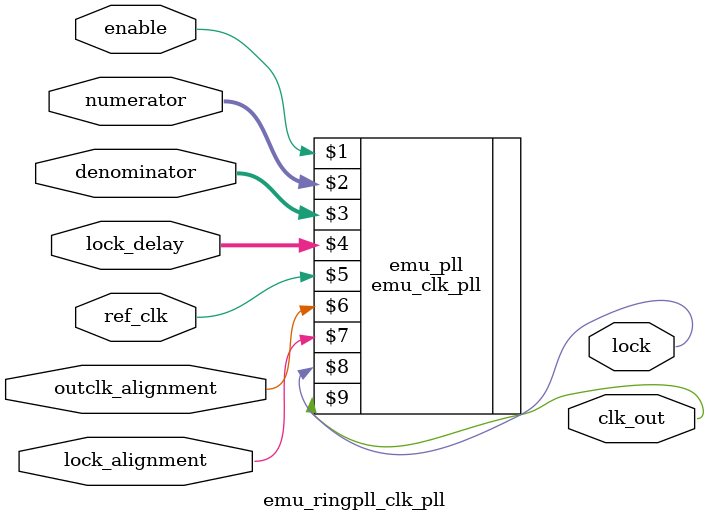
<source format=sv>


`ifndef WRAPPER__EMU_CLK_PLL_SV__
`define WRAPPER__EMU_CLK_PLL_SV__
//`include "emu_clk_pll.sv"

module emu_ringpll_clk_pll
(
input          enable,               // active high enable for the clk_out
input [31:0]   numerator,            // numerator, can be changed on the fly
input [31:0]   denominator,          // denominator, can be changed on the fly
input [31:0]   lock_delay,           // num of ref clks from enable to lock ?? can this be calculated
input          ref_clk,              // optional used if edge alignment is need
input          outclk_alignment,     // align out clock to refclk  (0 = pos edge , 1 neg ) 
input          lock_alignment,       // align lock enable to refclk (0)pos/(1)neg egdge  

output         lock,
output         clk_out                //output clock
);




   emu_clk_pll emu_pll (
    enable,               // active high enable for the clk_out
    numerator,            // numerator, can be changed on the fly
    denominator,          // denominator, can be changed on the fly
    lock_delay,           // num of ref clks from enable to lock ?? can this be calculated
    ref_clk,              // optional used if edge alignment is need
    outclk_alignment,     // align out clock to refclk  (0 = pos edge , 1 neg ) 
    lock_alignment,       // align lock enable to refclk (0)pos/(1)neg egdge  

    lock,
    clk_out                //output clock
);



endmodule

`endif //WRAPPER__EMU_CLK_PLL_SV__

</source>
